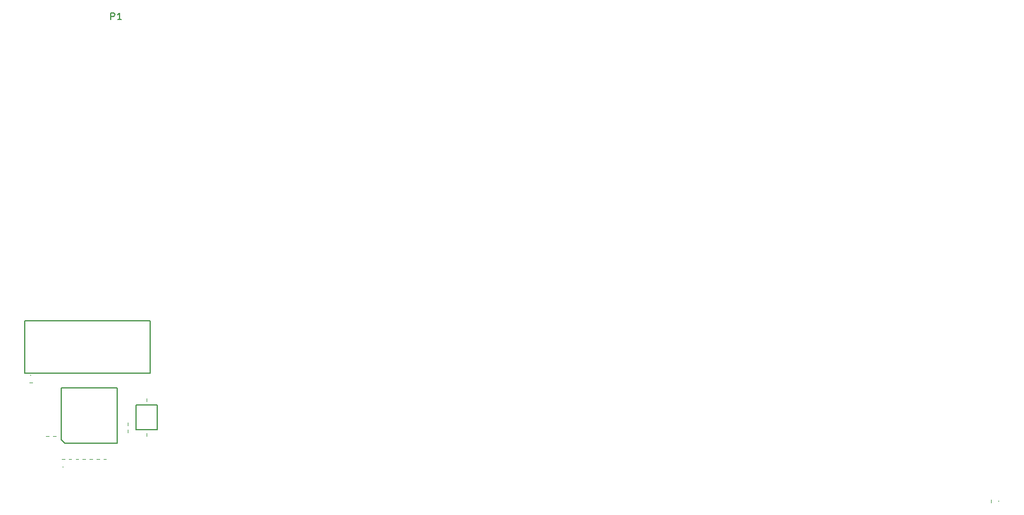
<source format=gto>
G04 #@! TF.FileFunction,Legend,Top*
%FSLAX46Y46*%
G04 Gerber Fmt 4.6, Leading zero omitted, Abs format (unit mm)*
G04 Created by KiCad (PCBNEW 4.0.1-3.201512221402+6198~38~ubuntu14.04.1-stable) date Mon 18 Jan 2016 08:14:31 PM CET*
%MOMM*%
G01*
G04 APERTURE LIST*
%ADD10C,0.100000*%
%ADD11C,0.150000*%
%ADD12C,0.200000*%
%ADD13R,0.350000X0.950000*%
%ADD14R,0.950000X0.350000*%
%ADD15R,5.300000X5.300000*%
%ADD16R,2.800000X3.100000*%
%ADD17R,0.400000X1.300000*%
%ADD18C,2.300000*%
%ADD19R,0.720000X0.720000*%
%ADD20R,1.000000X1.100000*%
%ADD21R,1.600000X2.600000*%
%ADD22R,2.600000X1.600000*%
%ADD23R,0.500000X1.350000*%
%ADD24C,1.400000*%
%ADD25O,4.100000X1.850000*%
%ADD26R,7.720000X5.180000*%
G04 APERTURE END LIST*
D10*
D11*
X94500000Y-129500000D02*
X94500000Y-122000000D01*
X94500000Y-122000000D02*
X102500000Y-122000000D01*
X102500000Y-122000000D02*
X102500000Y-130000000D01*
X102500000Y-130000000D02*
X95000000Y-130000000D01*
X94500000Y-129500000D02*
X95000000Y-130000000D01*
X107250000Y-119875000D02*
X89250000Y-119875000D01*
X89250000Y-119875000D02*
X89250000Y-112375000D01*
X89250000Y-112375000D02*
X107250000Y-112375000D01*
X107250000Y-112375000D02*
X107250000Y-119875000D01*
D10*
X100950000Y-132250000D02*
X100550000Y-132250000D01*
X104000000Y-127050000D02*
X104000000Y-127450000D01*
X99950000Y-132250000D02*
X99550000Y-132250000D01*
X95950000Y-132250000D02*
X95550000Y-132250000D01*
X93700000Y-129000000D02*
X93300000Y-129000000D01*
X106750000Y-128950000D02*
X106750000Y-128550000D01*
X106750000Y-123550000D02*
X106750000Y-123950000D01*
X92700000Y-129000000D02*
X92300000Y-129000000D01*
X98950000Y-132250000D02*
X98550000Y-132250000D01*
X96550000Y-132250000D02*
X96950000Y-132250000D01*
X97950000Y-132250000D02*
X97550000Y-132250000D01*
X104000000Y-128050000D02*
X104000000Y-128450000D01*
D11*
X105250000Y-124500000D02*
X108250000Y-124500000D01*
X108250000Y-124500000D02*
X108250000Y-128000000D01*
X108250000Y-128000000D02*
X105250000Y-128000000D01*
X105250000Y-128000000D02*
X105250000Y-124500000D01*
D12*
X94750000Y-133350000D02*
X94750000Y-133350000D01*
D10*
X94950000Y-132250000D02*
X94550000Y-132250000D01*
D12*
X229300000Y-138300000D02*
X229300000Y-138300000D01*
D10*
X228200000Y-138100000D02*
X228200000Y-138500000D01*
D12*
X90100000Y-120200000D02*
X90100000Y-120200000D01*
D10*
X89900000Y-121300000D02*
X90300000Y-121300000D01*
D11*
X97738095Y-125452381D02*
X97738095Y-126261905D01*
X97785714Y-126357143D01*
X97833333Y-126404762D01*
X97928571Y-126452381D01*
X98119048Y-126452381D01*
X98214286Y-126404762D01*
X98261905Y-126357143D01*
X98309524Y-126261905D01*
X98309524Y-125452381D01*
X99309524Y-126452381D02*
X98738095Y-126452381D01*
X99023809Y-126452381D02*
X99023809Y-125452381D01*
X98928571Y-125595238D01*
X98833333Y-125690476D01*
X98738095Y-125738095D01*
X101611905Y-69052381D02*
X101611905Y-68052381D01*
X101992858Y-68052381D01*
X102088096Y-68100000D01*
X102135715Y-68147619D01*
X102183334Y-68242857D01*
X102183334Y-68385714D01*
X102135715Y-68480952D01*
X102088096Y-68528571D01*
X101992858Y-68576190D01*
X101611905Y-68576190D01*
X103135715Y-69052381D02*
X102564286Y-69052381D01*
X102850000Y-69052381D02*
X102850000Y-68052381D01*
X102754762Y-68195238D01*
X102659524Y-68290476D01*
X102564286Y-68338095D01*
%LPC*%
D13*
X96000000Y-129325000D03*
X96500000Y-129325000D03*
X97000000Y-129325000D03*
X97500000Y-129325000D03*
X98000000Y-129325000D03*
X98500000Y-129325000D03*
X99000000Y-129325000D03*
X99500000Y-129325000D03*
X100000000Y-129325000D03*
X100500000Y-129325000D03*
X101000000Y-129325000D03*
D14*
X101825000Y-128500000D03*
X101825000Y-128000000D03*
X101825000Y-127500000D03*
X101825000Y-127000000D03*
X101825000Y-126500000D03*
X101825000Y-126000000D03*
X101825000Y-125500000D03*
X101825000Y-125000000D03*
X101825000Y-124500000D03*
X101825000Y-124000000D03*
X101825000Y-123500000D03*
D13*
X101000000Y-122675000D03*
X100500000Y-122675000D03*
X100000000Y-122675000D03*
X99500000Y-122675000D03*
X99000000Y-122675000D03*
X98500000Y-122675000D03*
X98000000Y-122675000D03*
X97500000Y-122675000D03*
X97000000Y-122675000D03*
X96500000Y-122675000D03*
X96000000Y-122675000D03*
D14*
X95175000Y-123500000D03*
X95175000Y-124000000D03*
X95175000Y-124500000D03*
X95175000Y-125000000D03*
X95175000Y-125500000D03*
X95175000Y-126000000D03*
X95175000Y-126500000D03*
X95175000Y-127000000D03*
X95175000Y-127500000D03*
X95175000Y-128000000D03*
X95175000Y-128500000D03*
D15*
X98500000Y-126000000D03*
D16*
X91070000Y-116975000D03*
D17*
X103500000Y-118875000D03*
X103000000Y-118875000D03*
X102500000Y-118875000D03*
X102000000Y-118875000D03*
X101500000Y-118875000D03*
X101000000Y-118875000D03*
X100500000Y-118875000D03*
X100000000Y-118875000D03*
X99500000Y-118875000D03*
X99000000Y-118875000D03*
X98500000Y-118875000D03*
X98000000Y-118875000D03*
X97500000Y-118875000D03*
X97000000Y-118875000D03*
X96500000Y-118875000D03*
X96000000Y-118875000D03*
X95500000Y-118875000D03*
X95000000Y-118875000D03*
X94500000Y-118875000D03*
X94000000Y-118875000D03*
X93500000Y-118875000D03*
X93000000Y-118875000D03*
D16*
X105430000Y-116975000D03*
D18*
X203900000Y-117400000D03*
X115050000Y-120200000D03*
X112550000Y-69750000D03*
D19*
X100750000Y-131800000D03*
X100750000Y-132700000D03*
X103550000Y-127250000D03*
X104450000Y-127250000D03*
X99750000Y-131800000D03*
X99750000Y-132700000D03*
X95750000Y-131800000D03*
X95750000Y-132700000D03*
X93500000Y-128550000D03*
X93500000Y-129450000D03*
X107200000Y-128750000D03*
X106300000Y-128750000D03*
X106300000Y-123750000D03*
X107200000Y-123750000D03*
X92500000Y-128550000D03*
X92500000Y-129450000D03*
X98750000Y-131800000D03*
X98750000Y-132700000D03*
X96750000Y-132700000D03*
X96750000Y-131800000D03*
X97750000Y-131800000D03*
X97750000Y-132700000D03*
X103550000Y-128250000D03*
X104450000Y-128250000D03*
D20*
X107525000Y-127175000D03*
X107525000Y-125325000D03*
X105975000Y-125325000D03*
X105975000Y-127175000D03*
D21*
X97200000Y-60650000D03*
X97200000Y-64850000D03*
D22*
X100150000Y-67050000D03*
X104550000Y-67050000D03*
D21*
X107500000Y-64850000D03*
D23*
X103650000Y-65175000D03*
X103000000Y-65175000D03*
X102350000Y-65175000D03*
X101700000Y-65175000D03*
X101050000Y-65175000D03*
D21*
X107500000Y-60650000D03*
D24*
X86500000Y-69500000D03*
D25*
X92500000Y-71500000D03*
X92500000Y-73500000D03*
X92500000Y-69500000D03*
D24*
X86500000Y-73500000D03*
D19*
X94750000Y-131800000D03*
X94750000Y-132700000D03*
X227750000Y-138300000D03*
X228650000Y-138300000D03*
X90100000Y-121750000D03*
X90100000Y-120850000D03*
D26*
X115700000Y-62800000D03*
M02*

</source>
